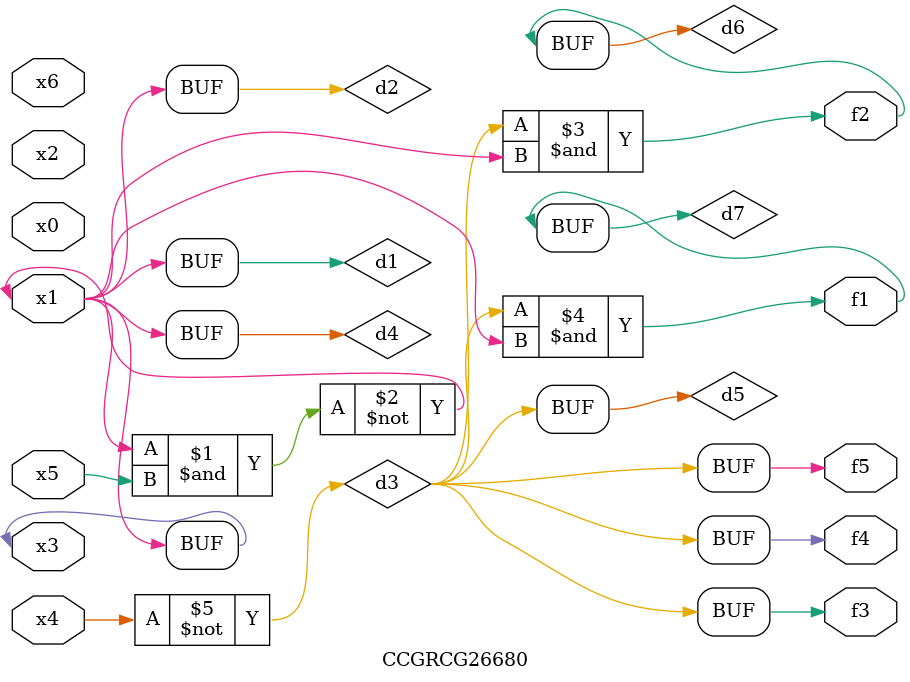
<source format=v>
module CCGRCG26680(
	input x0, x1, x2, x3, x4, x5, x6,
	output f1, f2, f3, f4, f5
);

	wire d1, d2, d3, d4, d5, d6, d7;

	buf (d1, x1, x3);
	nand (d2, x1, x5);
	not (d3, x4);
	buf (d4, d1, d2);
	buf (d5, d3);
	and (d6, d3, d4);
	and (d7, d3, d4);
	assign f1 = d7;
	assign f2 = d6;
	assign f3 = d5;
	assign f4 = d5;
	assign f5 = d5;
endmodule

</source>
